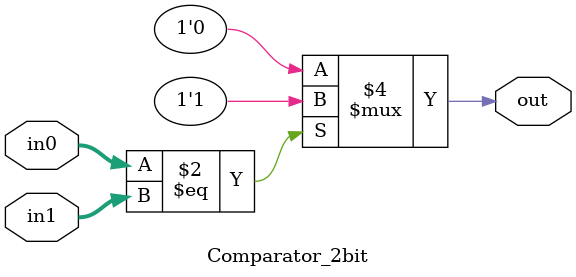
<source format=sv>
`timescale 1ns / 1ps


module Comparator_2bit(output logic out,
                        input [1:0] in0, in1
                    );
always_comb begin
    if(in0 == in1)
        out = 1'b1;
    else
        out = 1'b0;
end                    

endmodule

</source>
